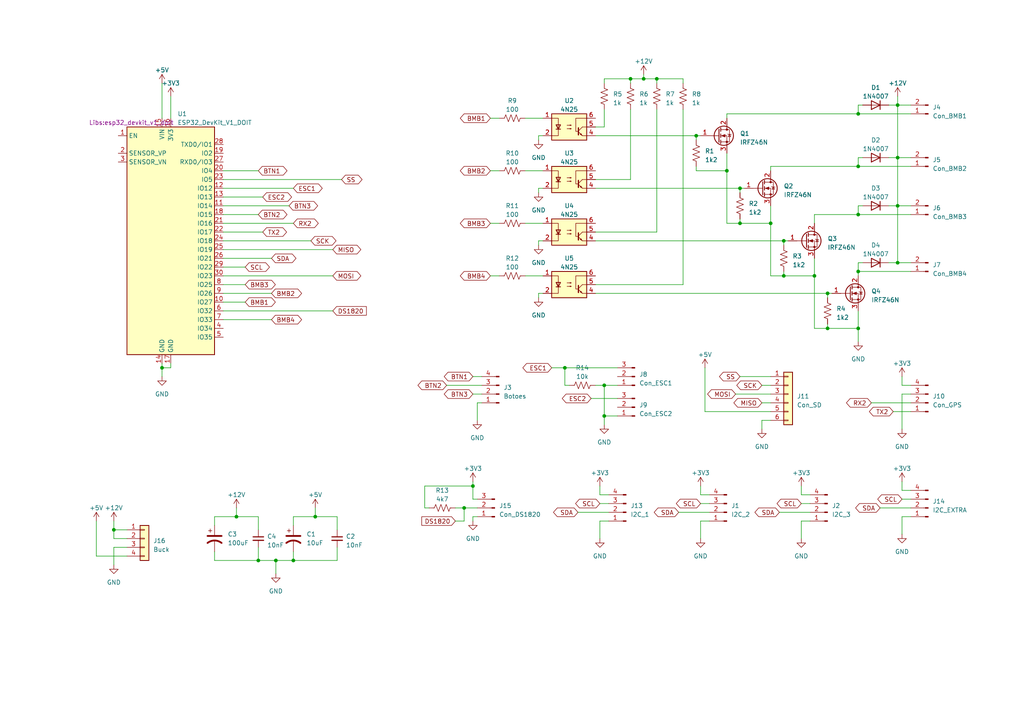
<source format=kicad_sch>
(kicad_sch (version 20230121) (generator eeschema)
  (paper "A4")
  (title_block (title "Veículo Autonomo de Superfície - Diagrama Placa Principal") (date "2023-05-13") (rev "1") (company "Jhonatas Willian Gonçalves de Moraes"))
  (lib_symbols
    (symbol "Connector:Conn_01x02_Pin" (pin_names (offset 1.016) hide)
      (property "Reference" "J" (at 0 2.54 0))
      (property "Value" "Conn_01x02_Pin" (at 0 -5.08 0))
      (symbol "Conn_01x02_Pin_1_1"
        (polyline (pts (xy 1.27 -2.54) (xy 0.8636 -2.54)) (stroke (width 0.1524)))
        (polyline (pts (xy 1.27 0) (xy 0.8636 0)) (stroke (width 0.1524)))
        (rectangle (start 0.8636 -2.413) (end 0 -2.667) (stroke (width 0.1524)) (fill (type outline)))
        (rectangle (start 0.8636 0.127) (end 0 -0.127) (stroke (width 0.1524)) (fill (type outline)))
        (pin passive line (at 5.08 0 180) (length 3.81) (name "Pin_1") (number "1"))
        (pin passive line (at 5.08 -2.54 180) (length 3.81) (name "Pin_2") (number "2"))
      )
    )
    (symbol "Connector:Conn_01x03_Pin" (pin_names (offset 1.016) hide)
      (property "Reference" "J" (at 0 5.08 0))
      (property "Value" "Conn_01x03_Pin" (at 0 -5.08 0))
      (symbol "Conn_01x03_Pin_1_1"
        (polyline (pts (xy 1.27 -2.54) (xy 0.8636 -2.54)) (stroke (width 0.1524)))
        (polyline (pts (xy 1.27 0) (xy 0.8636 0)) (stroke (width 0.1524)))
        (polyline (pts (xy 1.27 2.54) (xy 0.8636 2.54)) (stroke (width 0.1524)))
        (rectangle (start 0.8636 -2.413) (end 0 -2.667) (stroke (width 0.1524)) (fill (type outline)))
        (rectangle (start 0.8636 0.127) (end 0 -0.127) (stroke (width 0.1524)) (fill (type outline)))
        (rectangle (start 0.8636 2.667) (end 0 2.413) (stroke (width 0.1524)) (fill (type outline)))
        (pin passive line (at 5.08 2.54 180) (length 3.81) (name "Pin_1") (number "1"))
        (pin passive line (at 5.08 0 180) (length 3.81) (name "Pin_2") (number "2"))
        (pin passive line (at 5.08 -2.54 180) (length 3.81) (name "Pin_3") (number "3"))
      )
    )
    (symbol "Connector:Conn_01x04_Pin" (pin_names (offset 1.016) hide)
      (property "Reference" "J" (at 0 5.08 0))
      (property "Value" "Conn_01x04_Pin" (at 0 -7.62 0))
      (symbol "Conn_01x04_Pin_1_1"
        (polyline (pts (xy 1.27 -5.08) (xy 0.8636 -5.08)) (stroke (width 0.1524)))
        (polyline (pts (xy 1.27 -2.54) (xy 0.8636 -2.54)) (stroke (width 0.1524)))
        (polyline (pts (xy 1.27 0) (xy 0.8636 0)) (stroke (width 0.1524)))
        (polyline (pts (xy 1.27 2.54) (xy 0.8636 2.54)) (stroke (width 0.1524)))
        (rectangle (start 0.8636 -4.953) (end 0 -5.207) (stroke (width 0.1524)) (fill (type outline)))
        (rectangle (start 0.8636 -2.413) (end 0 -2.667) (stroke (width 0.1524)) (fill (type outline)))
        (rectangle (start 0.8636 0.127) (end 0 -0.127) (stroke (width 0.1524)) (fill (type outline)))
        (rectangle (start 0.8636 2.667) (end 0 2.413) (stroke (width 0.1524)) (fill (type outline)))
        (pin passive line (at 5.08 2.54 180) (length 3.81) (name "Pin_1") (number "1"))
        (pin passive line (at 5.08 0 180) (length 3.81) (name "Pin_2") (number "2"))
        (pin passive line (at 5.08 -2.54 180) (length 3.81) (name "Pin_3") (number "3"))
        (pin passive line (at 5.08 -5.08 180) (length 3.81) (name "Pin_4") (number "4"))
      )
    )
    (symbol "Connector_Generic:Conn_01x04" (pin_names (offset 1.016) hide)
      (property "Reference" "J" (at 0 5.08 0))
      (property "Value" "Conn_01x04" (at 0 -7.62 0))
      (symbol "Conn_01x04_1_1"
        (rectangle (start -1.27 -4.953) (end 0 -5.207) (stroke (width 0.1524)))
        (rectangle (start -1.27 -2.413) (end 0 -2.667) (stroke (width 0.1524)))
        (rectangle (start -1.27 0.127) (end 0 -0.127) (stroke (width 0.1524)))
        (rectangle (start -1.27 2.667) (end 0 2.413) (stroke (width 0.1524)))
        (rectangle (start -1.27 3.81) (end 1.27 -6.35) (stroke (width 0.254)) (fill (type background)))
        (pin passive line (at -5.08 2.54 0) (length 3.81) (name "Pin_1") (number "1"))
        (pin passive line (at -5.08 0 0) (length 3.81) (name "Pin_2") (number "2"))
        (pin passive line (at -5.08 -2.54 0) (length 3.81) (name "Pin_3") (number "3"))
        (pin passive line (at -5.08 -5.08 0) (length 3.81) (name "Pin_4") (number "4"))
      )
    )
    (symbol "Connector_Generic:Conn_01x06" (pin_names (offset 1.016) hide)
      (property "Reference" "J" (at 0 7.62 0))
      (property "Value" "Conn_01x06" (at 0 -10.16 0))
      (symbol "Conn_01x06_1_1"
        (rectangle (start -1.27 -7.493) (end 0 -7.747) (stroke (width 0.1524)))
        (rectangle (start -1.27 -4.953) (end 0 -5.207) (stroke (width 0.1524)))
        (rectangle (start -1.27 -2.413) (end 0 -2.667) (stroke (width 0.1524)))
        (rectangle (start -1.27 0.127) (end 0 -0.127) (stroke (width 0.1524)))
        (rectangle (start -1.27 2.667) (end 0 2.413) (stroke (width 0.1524)))
        (rectangle (start -1.27 5.207) (end 0 4.953) (stroke (width 0.1524)))
        (rectangle (start -1.27 6.35) (end 1.27 -8.89) (stroke (width 0.254)) (fill (type background)))
        (pin passive line (at -5.08 5.08 0) (length 3.81) (name "Pin_1") (number "1"))
        (pin passive line (at -5.08 2.54 0) (length 3.81) (name "Pin_2") (number "2"))
        (pin passive line (at -5.08 0 0) (length 3.81) (name "Pin_3") (number "3"))
        (pin passive line (at -5.08 -2.54 0) (length 3.81) (name "Pin_4") (number "4"))
        (pin passive line (at -5.08 -5.08 0) (length 3.81) (name "Pin_5") (number "5"))
        (pin passive line (at -5.08 -7.62 0) (length 3.81) (name "Pin_6") (number "6"))
      )
    )
    (symbol "Device:C_Polarized_US" (pin_numbers hide) (pin_names (offset 0.254) hide)
      (property "Reference" "C" (at 0.635 2.54 0))
      (property "Value" "C_Polarized_US" (at 0.635 -2.54 0))
      (symbol "C_Polarized_US_0_1"
        (polyline (pts (xy -2.032 0.762) (xy 2.032 0.762)) (stroke (width 0.508)))
        (polyline (pts (xy -1.778 2.286) (xy -0.762 2.286)))
        (polyline (pts (xy -1.27 1.778) (xy -1.27 2.794)))
        (arc (start 2.032 -1.27) (mid 0 -0.5572) (end -2.032 -1.27) (stroke (width 0.508)))
      )
      (symbol "C_Polarized_US_1_1"
        (pin passive line (at 0 3.81 270) (length 2.794) (name "~") (number "1"))
        (pin passive line (at 0 -3.81 90) (length 3.302) (name "~") (number "2"))
      )
    )
    (symbol "Device:C_Small" (pin_numbers hide) (pin_names (offset 0.254) hide)
      (property "Reference" "C" (at 0.254 1.778 0))
      (property "Value" "C_Small" (at 0.254 -2.032 0))
      (symbol "C_Small_0_1"
        (polyline (pts (xy -1.524 -0.508) (xy 1.524 -0.508)) (stroke (width 0.3302)))
        (polyline (pts (xy -1.524 0.508) (xy 1.524 0.508)) (stroke (width 0.3048)))
      )
      (symbol "C_Small_1_1"
        (pin passive line (at 0 2.54 270) (length 2.032) (name "~") (number "1"))
        (pin passive line (at 0 -2.54 90) (length 2.032) (name "~") (number "2"))
      )
    )
    (symbol "Device:R_US" (pin_numbers hide) (pin_names (offset 0))
      (property "Reference" "R" (at 2.54 0 90))
      (property "Value" "R_US" (at -2.54 0 90))
      (symbol "R_US_0_1"
        (polyline (pts (xy 0 -2.286) (xy 0 -2.54)))
        (polyline (pts (xy 0 2.286) (xy 0 2.54)))
        (polyline (pts (xy 0 -0.762) (xy 1.016 -1.143) (xy 0 -1.524) (xy -1.016 -1.905) (xy 0 -2.286)))
        (polyline (pts (xy 0 0.762) (xy 1.016 0.381) (xy 0 0) (xy -1.016 -0.381) (xy 0 -0.762)))
        (polyline (pts (xy 0 2.286) (xy 1.016 1.905) (xy 0 1.524) (xy -1.016 1.143) (xy 0 0.762)))
      )
      (symbol "R_US_1_1"
        (pin passive line (at 0 3.81 270) (length 1.27) (name "~") (number "1"))
        (pin passive line (at 0 -3.81 90) (length 1.27) (name "~") (number "2"))
      )
    )
    (symbol "Diode:1N4007" (pin_numbers hide) (pin_names hide)
      (property "Reference" "D" (at 0 2.54 0))
      (property "Value" "1N4007" (at 0 -2.54 0))
      (symbol "1N4007_0_1"
        (polyline (pts (xy -1.27 1.27) (xy -1.27 -1.27)) (stroke (width 0.254)))
        (polyline (pts (xy 1.27 0) (xy -1.27 0)))
        (polyline (pts (xy 1.27 1.27) (xy 1.27 -1.27) (xy -1.27 0) (xy 1.27 1.27)) (stroke (width 0.254)))
      )
      (symbol "1N4007_1_1"
        (pin passive line (at -3.81 0 0) (length 2.54) (name "K") (number "1"))
        (pin passive line (at 3.81 0 180) (length 2.54) (name "A") (number "2"))
      )
    )
    (symbol "Isolator:4N25" (pin_names (offset 1.016))
      (property "Reference" "U" (at -5.08 5.08 0))
      (property "Value" "4N25" (at 0 5.08 0))
      (symbol "4N25_0_1"
        (rectangle (start -5.08 3.81) (end 5.08 -3.81) (stroke (width 0.254)) (fill (type background)))
        (polyline (pts (xy -3.81 -0.635) (xy -2.54 -0.635)) (stroke (width 0.254)))
        (polyline (pts (xy 2.667 -1.397) (xy 3.81 -2.54)))
        (polyline (pts (xy 2.667 -1.143) (xy 3.81 0)))
        (polyline (pts (xy 3.81 -2.54) (xy 5.08 -2.54)))
        (polyline (pts (xy 3.81 0) (xy 5.08 0)))
        (polyline (pts (xy 2.667 -0.254) (xy 2.667 -2.286) (xy 2.667 -2.286)) (stroke (width 0.3556)))
        (polyline (pts (xy -5.08 -2.54) (xy -3.175 -2.54) (xy -3.175 2.54) (xy -5.08 2.54)))
        (polyline (pts (xy -3.175 -0.635) (xy -3.81 0.635) (xy -2.54 0.635) (xy -3.175 -0.635)) (stroke (width 0.254)))
        (polyline (pts (xy 3.683 -2.413) (xy 3.429 -1.905) (xy 3.175 -2.159) (xy 3.683 -2.413)))
        (polyline (pts (xy 5.08 2.54) (xy 1.905 2.54) (xy 1.905 -1.27) (xy 2.54 -1.27)))
        (polyline (pts (xy -0.635 -0.508) (xy 0.635 -0.508) (xy 0.254 -0.635) (xy 0.254 -0.381) (xy 0.635 -0.508)))
        (polyline (pts (xy -0.635 0.508) (xy 0.635 0.508) (xy 0.254 0.381) (xy 0.254 0.635) (xy 0.635 0.508)))
      )
      (symbol "4N25_1_1"
        (pin passive line (at -7.62 2.54 0) (length 2.54) (name "~") (number "1"))
        (pin passive line (at -7.62 -2.54 0) (length 2.54) (name "~") (number "2"))
        (pin no_connect line (at -5.08 0 0) (length 2.54) hide (name "NC") (number "3"))
        (pin passive line (at 7.62 -2.54 180) (length 2.54) (name "~") (number "4"))
        (pin passive line (at 7.62 0 180) (length 2.54) (name "~") (number "5"))
        (pin passive line (at 7.62 2.54 180) (length 2.54) (name "~") (number "6"))
      )
    )
    (symbol "Transistor_FET:IRF540N" (pin_names hide)
      (property "Reference" "Q" (at 6.35 1.905 0))
      (property "Value" "IRF540N" (at 6.35 0 0))
      (symbol "IRF540N_0_1"
        (polyline (pts (xy 0.254 0) (xy -2.54 0)))
        (polyline (pts (xy 0.254 1.905) (xy 0.254 -1.905)) (stroke (width 0.254)))
        (polyline (pts (xy 0.762 -1.27) (xy 0.762 -2.286)) (stroke (width 0.254)))
        (polyline (pts (xy 0.762 0.508) (xy 0.762 -0.508)) (stroke (width 0.254)))
        (polyline (pts (xy 0.762 2.286) (xy 0.762 1.27)) (stroke (width 0.254)))
        (polyline (pts (xy 2.54 2.54) (xy 2.54 1.778)))
        (polyline (pts (xy 2.54 -2.54) (xy 2.54 0) (xy 0.762 0)))
        (polyline (pts (xy 0.762 -1.778) (xy 3.302 -1.778) (xy 3.302 1.778) (xy 0.762 1.778)))
        (polyline (pts (xy 1.016 0) (xy 2.032 0.381) (xy 2.032 -0.381) (xy 1.016 0)) (fill (type outline)))
        (polyline (pts (xy 2.794 0.508) (xy 2.921 0.381) (xy 3.683 0.381) (xy 3.81 0.254)))
        (polyline (pts (xy 3.302 0.381) (xy 2.921 -0.254) (xy 3.683 -0.254) (xy 3.302 0.381)))
        (circle (center 1.651 0) (radius 2.794) (stroke (width 0.254)))
        (circle (center 2.54 -1.778) (radius 0.254) (fill (type outline)))
        (circle (center 2.54 1.778) (radius 0.254) (fill (type outline)))
      )
      (symbol "IRF540N_1_1"
        (pin input line (at -5.08 0 0) (length 2.54) (name "G") (number "1"))
        (pin passive line (at 2.54 5.08 270) (length 2.54) (name "D") (number "2"))
        (pin passive line (at 2.54 -5.08 90) (length 2.54) (name "S") (number "3"))
      )
    )
    (symbol "esp32_devkit_v1_doit:ESP32_DevKit_V1_DOIT"
      (property "Reference" "U" (at -11.43 34.29 0))
      (property "Value" "ESP32_DevKit_V1_DOIT" (at 11.43 34.29 0))
      (symbol "ESP32_DevKit_V1_DOIT_1_1"
        (rectangle (start -12.7 33.02) (end 12.7 -33.02) (stroke (width 0.254)) (fill (type background)))
        (pin input line (at -15.24 30.48 0) (length 2.54) (name "EN") (number "1"))
        (pin bidirectional line (at 15.24 -17.78 180) (length 2.54) (name "IO27") (number "10"))
        (pin bidirectional line (at 15.24 10.16 180) (length 2.54) (name "IO14") (number "11"))
        (pin bidirectional line (at 15.24 15.24 180) (length 2.54) (name "IO12") (number "12"))
        (pin bidirectional line (at 15.24 12.7 180) (length 2.54) (name "IO13") (number "13"))
        (pin power_in line (at -2.54 -35.56 90) (length 2.54) (name "GND") (number "14"))
        (pin power_in line (at -2.54 35.56 270) (length 2.54) (name "VIN") (number "15"))
        (pin power_in line (at 0 35.56 270) (length 2.54) (name "3V3") (number "16"))
        (pin power_in line (at 0 -35.56 90) (length 2.54) (name "GND") (number "17"))
        (pin bidirectional line (at 15.24 7.62 180) (length 2.54) (name "IO15") (number "18"))
        (pin bidirectional line (at 15.24 25.4 180) (length 2.54) (name "IO2") (number "19"))
        (pin input line (at -15.24 25.4 0) (length 2.54) (name "SENSOR_VP") (number "2"))
        (pin bidirectional line (at 15.24 20.32 180) (length 2.54) (name "IO4") (number "20"))
        (pin bidirectional line (at 15.24 5.08 180) (length 2.54) (name "IO16") (number "21"))
        (pin bidirectional line (at 15.24 2.54 180) (length 2.54) (name "IO17") (number "22"))
        (pin bidirectional line (at 15.24 17.78 180) (length 2.54) (name "IO5") (number "23"))
        (pin bidirectional line (at 15.24 0 180) (length 2.54) (name "IO18") (number "24"))
        (pin bidirectional line (at 15.24 -2.54 180) (length 2.54) (name "IO19") (number "25"))
        (pin bidirectional line (at 15.24 -5.08 180) (length 2.54) (name "IO21") (number "26"))
        (pin bidirectional line (at 15.24 22.86 180) (length 2.54) (name "RXD0/IO3") (number "27"))
        (pin bidirectional line (at 15.24 27.94 180) (length 2.54) (name "TXD0/IO1") (number "28"))
        (pin bidirectional line (at 15.24 -7.62 180) (length 2.54) (name "IO22") (number "29"))
        (pin input line (at -15.24 22.86 0) (length 2.54) (name "SENSOR_VN") (number "3"))
        (pin bidirectional line (at 15.24 -10.16 180) (length 2.54) (name "IO23") (number "30"))
        (pin input line (at 15.24 -25.4 180) (length 2.54) (name "IO34") (number "4"))
        (pin input line (at 15.24 -27.94 180) (length 2.54) (name "IO35") (number "5"))
        (pin bidirectional line (at 15.24 -20.32 180) (length 2.54) (name "IO32") (number "6"))
        (pin bidirectional line (at 15.24 -22.86 180) (length 2.54) (name "IO33") (number "7"))
        (pin bidirectional line (at 15.24 -12.7 180) (length 2.54) (name "IO25") (number "8"))
        (pin bidirectional line (at 15.24 -15.24 180) (length 2.54) (name "IO26") (number "9"))
      )
    )
    (symbol "power:+12V" (power) (pin_names (offset 0))
      (property "Value" "+12V" (at 0 3.556 0))
      (symbol "+12V_0_1"
        (polyline (pts (xy -0.762 1.27) (xy 0 2.54)))
        (polyline (pts (xy 0 0) (xy 0 2.54)))
        (polyline (pts (xy 0 2.54) (xy 0.762 1.27)))
      )
      (symbol "+12V_1_1"
        (pin power_in line (at 0 0 90) (length 0) hide (name "+12V") (number "1"))
      )
    )
    (symbol "power:+3V3" (power) (pin_names (offset 0))
      (property "Value" "+3V3" (at 0 3.556 0))
      (symbol "+3V3_0_1"
        (polyline (pts (xy -0.762 1.27) (xy 0 2.54)))
        (polyline (pts (xy 0 0) (xy 0 2.54)))
        (polyline (pts (xy 0 2.54) (xy 0.762 1.27)))
      )
      (symbol "+3V3_1_1"
        (pin power_in line (at 0 0 90) (length 0) hide (name "+3V3") (number "1"))
      )
    )
    (symbol "power:+5V" (power) (pin_names (offset 0))
      (property "Value" "+5V" (at 0 3.556 0))
      (symbol "+5V_0_1"
        (polyline (pts (xy -0.762 1.27) (xy 0 2.54)))
        (polyline (pts (xy 0 0) (xy 0 2.54)))
        (polyline (pts (xy 0 2.54) (xy 0.762 1.27)))
      )
      (symbol "+5V_1_1"
        (pin power_in line (at 0 0 90) (length 0) hide (name "+5V") (number "1"))
      )
    )
    (symbol "power:GND" (power) (pin_names (offset 0))
      (property "Value" "GND" (at 0 -3.81 0))
      (symbol "GND_0_1"
        (polyline (pts (xy 0 0) (xy 0 -1.27) (xy 1.27 -1.27) (xy 0 -2.54) (xy -1.27 -1.27) (xy 0 -1.27)))
      )
      (symbol "GND_1_1"
        (pin power_in line (at 0 0 270) (length 0) hide (name "GND") (number "1"))
      )
    )
  )
  (junction (at 91.44 149.86))
  (junction (at 163.83 106.68))
  (junction (at 240.03 95.25))
  (junction (at 260.35 76.2))
  (junction (at 248.92 33.02))
  (junction (at 175.26 120.65))
  (junction (at 260.35 59.69))
  (junction (at 214.63 64.77))
  (junction (at 74.93 162.56))
  (junction (at 33.02 153.67))
  (junction (at 248.92 62.23))
  (junction (at 137.16 140.97))
  (junction (at 68.58 149.86))
  (junction (at 248.92 48.26))
  (junction (at 85.09 162.56))
  (junction (at 210.82 49.53))
  (junction (at 134.62 147.32))
  (junction (at 227.33 80.01))
  (junction (at 175.26 111.76))
  (junction (at 240.03 85.09))
  (junction (at 260.35 45.72))
  (junction (at 223.52 64.77))
  (junction (at 248.92 95.25))
  (junction (at 214.63 54.61))
  (junction (at 260.35 30.48))
  (junction (at 227.33 69.85))
  (junction (at 186.69 22.86))
  (junction (at 190.5 22.86))
  (junction (at 248.92 78.74))
  (junction (at 201.93 39.37))
  (junction (at 46.99 106.68))
  (junction (at 182.88 22.86))
  (junction (at 80.01 162.56))
  (junction (at 236.22 80.01))
  (wire (pts (xy 152.4 80.01) (xy 157.48 80.01)))
  (wire (pts (xy 198.12 82.55) (xy 198.12 31.75)))
  (wire (pts (xy 175.26 120.65) (xy 179.07 120.65)))
  (wire (pts (xy 64.77 49.53) (xy 74.93 49.53)))
  (wire (pts (xy 240.03 95.25) (xy 248.92 95.25)))
  (wire (pts (xy 137.16 109.22) (xy 139.7 109.22)))
  (wire (pts (xy 260.35 30.48) (xy 264.16 30.48)))
  (wire (pts (xy 36.83 156.21) (xy 33.02 156.21)))
  (wire (pts (xy 220.98 116.84) (xy 223.52 116.84)))
  (wire (pts (xy 173.99 140.97) (xy 173.99 143.51)))
  (wire (pts (xy 223.52 48.26) (xy 248.92 48.26)))
  (wire (pts (xy 175.26 36.83) (xy 175.26 31.75)))
  (wire (pts (xy 142.24 49.53) (xy 144.78 49.53)))
  (wire (pts (xy 261.62 149.86) (xy 261.62 154.94)))
  (wire (pts (xy 46.99 105.41) (xy 46.99 106.68)))
  (wire (pts (xy 49.53 27.94) (xy 49.53 34.29)))
  (wire (pts (xy 142.24 80.01) (xy 144.78 80.01)))
  (wire (pts (xy 172.72 36.83) (xy 175.26 36.83)))
  (wire (pts (xy 190.5 22.86) (xy 190.5 24.13)))
  (wire (pts (xy 27.94 161.29) (xy 36.83 161.29)))
  (wire (pts (xy 68.58 149.86) (xy 62.23 149.86)))
  (wire (pts (xy 137.16 114.3) (xy 139.7 114.3)))
  (wire (pts (xy 214.63 109.22) (xy 223.52 109.22)))
  (wire (pts (xy 156.21 54.61) (xy 156.21 55.88)))
  (wire (pts (xy 64.77 54.61) (xy 85.09 54.61)))
  (wire (pts (xy 261.62 139.7) (xy 261.62 142.24)))
  (wire (pts (xy 165.1 111.76) (xy 163.83 111.76)))
  (wire (pts (xy 248.92 76.2) (xy 248.92 78.74)))
  (wire (pts (xy 201.93 39.37) (xy 201.93 40.64)))
  (wire (pts (xy 210.82 44.45) (xy 210.82 49.53)))
  (wire (pts (xy 173.99 151.13) (xy 176.53 151.13)))
  (wire (pts (xy 201.93 49.53) (xy 210.82 49.53)))
  (wire (pts (xy 33.02 158.75) (xy 36.83 158.75)))
  (wire (pts (xy 228.6 69.85) (xy 227.33 69.85)))
  (wire (pts (xy 172.72 82.55) (xy 198.12 82.55)))
  (wire (pts (xy 250.19 45.72) (xy 248.92 45.72)))
  (wire (pts (xy 62.23 160.02) (xy 62.23 162.56)))
  (wire (pts (xy 64.77 90.17) (xy 96.52 90.17)))
  (wire (pts (xy 204.47 106.68) (xy 204.47 119.38)))
  (wire (pts (xy 142.24 64.77) (xy 144.78 64.77)))
  (wire (pts (xy 259.08 119.38) (xy 264.16 119.38)))
  (wire (pts (xy 172.72 69.85) (xy 227.33 69.85)))
  (wire (pts (xy 85.09 160.02) (xy 85.09 162.56)))
  (wire (pts (xy 203.2 146.05) (xy 205.74 146.05)))
  (wire (pts (xy 97.79 149.86) (xy 91.44 149.86)))
  (wire (pts (xy 64.77 67.31) (xy 76.2 67.31)))
  (wire (pts (xy 257.81 59.69) (xy 260.35 59.69)))
  (wire (pts (xy 198.12 24.13) (xy 198.12 22.86)))
  (wire (pts (xy 257.81 30.48) (xy 260.35 30.48)))
  (wire (pts (xy 236.22 62.23) (xy 248.92 62.23)))
  (wire (pts (xy 186.69 22.86) (xy 190.5 22.86)))
  (wire (pts (xy 173.99 143.51) (xy 176.53 143.51)))
  (wire (pts (xy 220.98 111.76) (xy 223.52 111.76)))
  (wire (pts (xy 248.92 95.25) (xy 248.92 99.06)))
  (wire (pts (xy 210.82 33.02) (xy 248.92 33.02)))
  (wire (pts (xy 248.92 62.23) (xy 264.16 62.23)))
  (wire (pts (xy 240.03 93.98) (xy 240.03 95.25)))
  (wire (pts (xy 236.22 95.25) (xy 240.03 95.25)))
  (wire (pts (xy 85.09 152.4) (xy 85.09 149.86)))
  (wire (pts (xy 173.99 151.13) (xy 173.99 156.21)))
  (wire (pts (xy 36.83 153.67) (xy 33.02 153.67)))
  (wire (pts (xy 257.81 76.2) (xy 260.35 76.2)))
  (wire (pts (xy 46.99 106.68) (xy 46.99 109.22)))
  (wire (pts (xy 68.58 147.32) (xy 68.58 149.86)))
  (wire (pts (xy 91.44 149.86) (xy 91.44 147.32)))
  (wire (pts (xy 132.08 147.32) (xy 134.62 147.32)))
  (wire (pts (xy 248.92 90.17) (xy 248.92 95.25)))
  (wire (pts (xy 156.21 39.37) (xy 156.21 40.64)))
  (wire (pts (xy 261.62 124.46) (xy 261.62 114.3)))
  (wire (pts (xy 175.26 120.65) (xy 175.26 123.19)))
  (wire (pts (xy 64.77 57.15) (xy 76.2 57.15)))
  (wire (pts (xy 250.19 76.2) (xy 248.92 76.2)))
  (wire (pts (xy 203.2 39.37) (xy 201.93 39.37)))
  (wire (pts (xy 261.62 144.78) (xy 264.16 144.78)))
  (wire (pts (xy 248.92 30.48) (xy 248.92 33.02)))
  (wire (pts (xy 156.21 85.09) (xy 156.21 86.36)))
  (wire (pts (xy 134.62 151.13) (xy 134.62 147.32)))
  (wire (pts (xy 260.35 30.48) (xy 260.35 45.72)))
  (wire (pts (xy 74.93 149.86) (xy 68.58 149.86)))
  (wire (pts (xy 264.16 76.2) (xy 260.35 76.2)))
  (wire (pts (xy 223.52 64.77) (xy 223.52 80.01)))
  (wire (pts (xy 64.77 59.69) (xy 83.82 59.69)))
  (wire (pts (xy 172.72 39.37) (xy 201.93 39.37)))
  (wire (pts (xy 203.2 140.97) (xy 203.2 143.51)))
  (wire (pts (xy 64.77 82.55) (xy 71.12 82.55)))
  (wire (pts (xy 261.62 149.86) (xy 264.16 149.86)))
  (wire (pts (xy 64.77 92.71) (xy 78.74 92.71)))
  (wire (pts (xy 171.45 115.57) (xy 179.07 115.57)))
  (wire (pts (xy 64.77 80.01) (xy 96.52 80.01)))
  (wire (pts (xy 214.63 63.5) (xy 214.63 64.77)))
  (wire (pts (xy 74.93 162.56) (xy 80.01 162.56)))
  (wire (pts (xy 226.06 148.59) (xy 234.95 148.59)))
  (wire (pts (xy 33.02 153.67) (xy 33.02 151.13)))
  (wire (pts (xy 137.16 144.78) (xy 137.16 140.97)))
  (wire (pts (xy 210.82 33.02) (xy 210.82 34.29)))
  (wire (pts (xy 203.2 143.51) (xy 205.74 143.51)))
  (wire (pts (xy 157.48 69.85) (xy 156.21 69.85)))
  (wire (pts (xy 123.19 140.97) (xy 137.16 140.97)))
  (wire (pts (xy 173.99 146.05) (xy 176.53 146.05)))
  (wire (pts (xy 260.35 27.94) (xy 260.35 30.48)))
  (wire (pts (xy 64.77 74.93) (xy 78.74 74.93)))
  (wire (pts (xy 157.48 49.53) (xy 152.4 49.53)))
  (wire (pts (xy 260.35 59.69) (xy 260.35 76.2)))
  (wire (pts (xy 64.77 52.07) (xy 99.06 52.07)))
  (wire (pts (xy 182.88 22.86) (xy 182.88 24.13)))
  (wire (pts (xy 196.85 148.59) (xy 205.74 148.59)))
  (wire (pts (xy 80.01 162.56) (xy 80.01 166.37)))
  (wire (pts (xy 160.02 106.68) (xy 163.83 106.68)))
  (wire (pts (xy 137.16 149.86) (xy 137.16 151.13)))
  (wire (pts (xy 74.93 162.56) (xy 74.93 158.75)))
  (wire (pts (xy 175.26 22.86) (xy 175.26 24.13)))
  (wire (pts (xy 213.36 114.3) (xy 223.52 114.3)))
  (wire (pts (xy 236.22 80.01) (xy 236.22 95.25)))
  (wire (pts (xy 214.63 64.77) (xy 223.52 64.77)))
  (wire (pts (xy 203.2 151.13) (xy 203.2 156.21)))
  (wire (pts (xy 232.41 143.51) (xy 234.95 143.51)))
  (wire (pts (xy 152.4 64.77) (xy 157.48 64.77)))
  (wire (pts (xy 64.77 69.85) (xy 90.17 69.85)))
  (wire (pts (xy 179.07 111.76) (xy 175.26 111.76)))
  (wire (pts (xy 248.92 78.74) (xy 248.92 80.01)))
  (wire (pts (xy 210.82 64.77) (xy 214.63 64.77)))
  (wire (pts (xy 241.3 85.09) (xy 240.03 85.09)))
  (wire (pts (xy 62.23 162.56) (xy 74.93 162.56)))
  (wire (pts (xy 64.77 62.23) (xy 74.93 62.23)))
  (wire (pts (xy 240.03 85.09) (xy 240.03 86.36)))
  (wire (pts (xy 85.09 149.86) (xy 91.44 149.86)))
  (wire (pts (xy 236.22 64.77) (xy 236.22 62.23)))
  (wire (pts (xy 33.02 156.21) (xy 33.02 153.67)))
  (wire (pts (xy 163.83 106.68) (xy 163.83 111.76)))
  (wire (pts (xy 64.77 87.63) (xy 71.12 87.63)))
  (wire (pts (xy 198.12 22.86) (xy 190.5 22.86)))
  (wire (pts (xy 204.47 119.38) (xy 223.52 119.38)))
  (wire (pts (xy 137.16 140.97) (xy 137.16 139.7)))
  (wire (pts (xy 261.62 111.76) (xy 261.62 109.22)))
  (wire (pts (xy 74.93 153.67) (xy 74.93 149.86)))
  (wire (pts (xy 182.88 31.75) (xy 182.88 52.07)))
  (wire (pts (xy 157.48 85.09) (xy 156.21 85.09)))
  (wire (pts (xy 232.41 151.13) (xy 234.95 151.13)))
  (wire (pts (xy 167.64 148.59) (xy 176.53 148.59)))
  (wire (pts (xy 223.52 80.01) (xy 227.33 80.01)))
  (wire (pts (xy 215.9 54.61) (xy 214.63 54.61)))
  (wire (pts (xy 132.08 151.13) (xy 134.62 151.13)))
  (wire (pts (xy 157.48 39.37) (xy 156.21 39.37)))
  (wire (pts (xy 250.19 30.48) (xy 248.92 30.48)))
  (wire (pts (xy 250.19 59.69) (xy 248.92 59.69)))
  (wire (pts (xy 64.77 85.09) (xy 78.74 85.09)))
  (wire (pts (xy 64.77 72.39) (xy 96.52 72.39)))
  (wire (pts (xy 64.77 64.77) (xy 85.09 64.77)))
  (wire (pts (xy 264.16 78.74) (xy 248.92 78.74)))
  (wire (pts (xy 124.46 147.32) (xy 123.19 147.32)))
  (wire (pts (xy 85.09 162.56) (xy 97.79 162.56)))
  (wire (pts (xy 248.92 33.02) (xy 264.16 33.02)))
  (wire (pts (xy 223.52 48.26) (xy 223.52 49.53)))
  (wire (pts (xy 190.5 31.75) (xy 190.5 67.31)))
  (wire (pts (xy 175.26 111.76) (xy 175.26 120.65)))
  (wire (pts (xy 227.33 80.01) (xy 227.33 78.74)))
  (wire (pts (xy 190.5 67.31) (xy 172.72 67.31)))
  (wire (pts (xy 252.73 116.84) (xy 264.16 116.84)))
  (wire (pts (xy 33.02 163.83) (xy 33.02 158.75)))
  (wire (pts (xy 138.43 149.86) (xy 137.16 149.86)))
  (wire (pts (xy 152.4 34.29) (xy 157.48 34.29)))
  (wire (pts (xy 264.16 111.76) (xy 261.62 111.76)))
  (wire (pts (xy 138.43 116.84) (xy 138.43 121.92)))
  (wire (pts (xy 80.01 162.56) (xy 85.09 162.56)))
  (wire (pts (xy 182.88 22.86) (xy 186.69 22.86)))
  (wire (pts (xy 64.77 77.47) (xy 71.12 77.47)))
  (wire (pts (xy 232.41 140.97) (xy 232.41 143.51)))
  (wire (pts (xy 260.35 45.72) (xy 260.35 59.69)))
  (wire (pts (xy 172.72 85.09) (xy 240.03 85.09)))
  (wire (pts (xy 220.98 121.92) (xy 220.98 124.46)))
  (wire (pts (xy 46.99 106.68) (xy 49.53 106.68)))
  (wire (pts (xy 123.19 147.32) (xy 123.19 140.97)))
  (wire (pts (xy 210.82 49.53) (xy 210.82 64.77)))
  (wire (pts (xy 232.41 146.05) (xy 234.95 146.05)))
  (wire (pts (xy 223.52 59.69) (xy 223.52 64.77)))
  (wire (pts (xy 142.24 34.29) (xy 144.78 34.29)))
  (wire (pts (xy 264.16 59.69) (xy 260.35 59.69)))
  (wire (pts (xy 201.93 48.26) (xy 201.93 49.53)))
  (wire (pts (xy 227.33 69.85) (xy 227.33 71.12)))
  (wire (pts (xy 97.79 153.67) (xy 97.79 149.86)))
  (wire (pts (xy 248.92 45.72) (xy 248.92 48.26)))
  (wire (pts (xy 264.16 45.72) (xy 260.35 45.72)))
  (wire (pts (xy 175.26 22.86) (xy 182.88 22.86)))
  (wire (pts (xy 156.21 69.85) (xy 156.21 71.12)))
  (wire (pts (xy 97.79 162.56) (xy 97.79 158.75)))
  (wire (pts (xy 172.72 111.76) (xy 175.26 111.76)))
  (wire (pts (xy 138.43 144.78) (xy 137.16 144.78)))
  (wire (pts (xy 172.72 54.61) (xy 214.63 54.61)))
  (wire (pts (xy 255.27 147.32) (xy 264.16 147.32)))
  (wire (pts (xy 49.53 105.41) (xy 49.53 106.68)))
  (wire (pts (xy 46.99 24.13) (xy 46.99 34.29)))
  (wire (pts (xy 227.33 80.01) (xy 236.22 80.01)))
  (wire (pts (xy 223.52 121.92) (xy 220.98 121.92)))
  (wire (pts (xy 157.48 54.61) (xy 156.21 54.61)))
  (wire (pts (xy 214.63 55.88) (xy 214.63 54.61)))
  (wire (pts (xy 248.92 59.69) (xy 248.92 62.23)))
  (wire (pts (xy 172.72 52.07) (xy 182.88 52.07)))
  (wire (pts (xy 203.2 151.13) (xy 205.74 151.13)))
  (wire (pts (xy 163.83 106.68) (xy 179.07 106.68)))
  (wire (pts (xy 27.94 151.13) (xy 27.94 161.29)))
  (wire (pts (xy 134.62 147.32) (xy 138.43 147.32)))
  (wire (pts (xy 261.62 114.3) (xy 264.16 114.3)))
  (wire (pts (xy 232.41 151.13) (xy 232.41 156.21)))
  (wire (pts (xy 129.54 111.76) (xy 139.7 111.76)))
  (wire (pts (xy 257.81 45.72) (xy 260.35 45.72)))
  (wire (pts (xy 186.69 21.59) (xy 186.69 22.86)))
  (wire (pts (xy 264.16 48.26) (xy 248.92 48.26)))
  (wire (pts (xy 62.23 149.86) (xy 62.23 152.4)))
  (wire (pts (xy 236.22 74.93) (xy 236.22 80.01)))
  (wire (pts (xy 261.62 142.24) (xy 264.16 142.24)))
  (wire (pts (xy 138.43 116.84) (xy 139.7 116.84)))
  (global_label "SDA" (shape bidirectional) (at 226.06 148.59 180) (property "Intersheetrefs" "${INTERSHEET_REFS}" (effects hide)))
  (global_label "SS" (shape bidirectional) (at 99.06 52.07 0) (property "Intersheetrefs" "${INTERSHEET_REFS}" (effects hide)))
  (global_label "MOSI" (shape bidirectional) (at 213.36 114.3 180) (property "Intersheetrefs" "${INTERSHEET_REFS}" (effects hide)))
  (global_label "MISO" (shape bidirectional) (at 220.98 116.84 180) (property "Intersheetrefs" "${INTERSHEET_REFS}" (effects hide)))
  (global_label "BMB4" (shape bidirectional) (at 142.24 80.01 180) (property "Intersheetrefs" "${INTERSHEET_REFS}" (effects hide)))
  (global_label "SCL" (shape bidirectional) (at 203.2 146.05 180) (property "Intersheetrefs" "${INTERSHEET_REFS}" (effects hide)))
  (global_label "SCL" (shape bidirectional) (at 261.62 144.78 180) (property "Intersheetrefs" "${INTERSHEET_REFS}" (effects hide)))
  (global_label "DS1820" (shape input) (at 132.08 151.13 180) (property "Intersheetrefs" "${INTERSHEET_REFS}" (effects hide)))
  (global_label "ESC1" (shape bidirectional) (at 85.09 54.61 0) (property "Intersheetrefs" "${INTERSHEET_REFS}" (effects hide)))
  (global_label "ESC1" (shape bidirectional) (at 160.02 106.68 180) (property "Intersheetrefs" "${INTERSHEET_REFS}" (effects hide)))
  (global_label "TX2" (shape bidirectional) (at 76.2 67.31 0) (property "Intersheetrefs" "${INTERSHEET_REFS}" (effects hide)))
  (global_label "BTN1" (shape bidirectional) (at 137.16 109.22 180) (property "Intersheetrefs" "${INTERSHEET_REFS}" (effects hide)))
  (global_label "BTN2" (shape bidirectional) (at 129.54 111.76 180) (property "Intersheetrefs" "${INTERSHEET_REFS}" (effects hide)))
  (global_label "BMB2" (shape bidirectional) (at 142.24 49.53 180) (property "Intersheetrefs" "${INTERSHEET_REFS}" (effects hide)))
  (global_label "BTN3" (shape bidirectional) (at 137.16 114.3 180) (property "Intersheetrefs" "${INTERSHEET_REFS}" (effects hide)))
  (global_label "BMB4" (shape bidirectional) (at 78.74 92.71 0) (property "Intersheetrefs" "${INTERSHEET_REFS}" (effects hide)))
  (global_label "MOSI" (shape bidirectional) (at 96.52 80.01 0) (property "Intersheetrefs" "${INTERSHEET_REFS}" (effects hide)))
  (global_label "SDA" (shape bidirectional) (at 167.64 148.59 180) (property "Intersheetrefs" "${INTERSHEET_REFS}" (effects hide)))
  (global_label "BMB1" (shape bidirectional) (at 142.24 34.29 180) (property "Intersheetrefs" "${INTERSHEET_REFS}" (effects hide)))
  (global_label "RX2" (shape bidirectional) (at 252.73 116.84 180) (property "Intersheetrefs" "${INTERSHEET_REFS}" (effects hide)))
  (global_label "MISO" (shape bidirectional) (at 96.52 72.39 0) (property "Intersheetrefs" "${INTERSHEET_REFS}" (effects hide)))
  (global_label "BMB1" (shape bidirectional) (at 71.12 87.63 0) (property "Intersheetrefs" "${INTERSHEET_REFS}" (effects hide)))
  (global_label "ESC2" (shape bidirectional) (at 76.2 57.15 0) (property "Intersheetrefs" "${INTERSHEET_REFS}" (effects hide)))
  (global_label "TX2" (shape bidirectional) (at 259.08 119.38 180) (property "Intersheetrefs" "${INTERSHEET_REFS}" (effects hide)))
  (global_label "SDA" (shape bidirectional) (at 255.27 147.32 180) (property "Intersheetrefs" "${INTERSHEET_REFS}" (effects hide)))
  (global_label "SCK" (shape bidirectional) (at 90.17 69.85 0) (property "Intersheetrefs" "${INTERSHEET_REFS}" (effects hide)))
  (global_label "SS" (shape bidirectional) (at 214.63 109.22 180) (property "Intersheetrefs" "${INTERSHEET_REFS}" (effects hide)))
  (global_label "SCL" (shape bidirectional) (at 232.41 146.05 180) (property "Intersheetrefs" "${INTERSHEET_REFS}" (effects hide)))
  (global_label "ESC2" (shape bidirectional) (at 171.45 115.57 180) (property "Intersheetrefs" "${INTERSHEET_REFS}" (effects hide)))
  (global_label "SCK" (shape bidirectional) (at 220.98 111.76 180) (property "Intersheetrefs" "${INTERSHEET_REFS}" (effects hide)))
  (global_label "SDA" (shape bidirectional) (at 196.85 148.59 180) (property "Intersheetrefs" "${INTERSHEET_REFS}" (effects hide)))
  (global_label "BTN3" (shape bidirectional) (at 83.82 59.69 0) (property "Intersheetrefs" "${INTERSHEET_REFS}" (effects hide)))
  (global_label "BTN1" (shape bidirectional) (at 74.93 49.53 0) (property "Intersheetrefs" "${INTERSHEET_REFS}" (effects hide)))
  (global_label "SCL" (shape bidirectional) (at 71.12 77.47 0) (property "Intersheetrefs" "${INTERSHEET_REFS}" (effects hide)))
  (global_label "SCL" (shape bidirectional) (at 173.99 146.05 180) (property "Intersheetrefs" "${INTERSHEET_REFS}" (effects hide)))
  (global_label "BTN2" (shape bidirectional) (at 74.93 62.23 0) (property "Intersheetrefs" "${INTERSHEET_REFS}" (effects hide)))
  (global_label "BMB2" (shape bidirectional) (at 78.74 85.09 0) (property "Intersheetrefs" "${INTERSHEET_REFS}" (effects hide)))
  (global_label "BMB3" (shape bidirectional) (at 71.12 82.55 0) (property "Intersheetrefs" "${INTERSHEET_REFS}" (effects hide)))
  (global_label "RX2" (shape bidirectional) (at 85.09 64.77 0) (property "Intersheetrefs" "${INTERSHEET_REFS}" (effects hide)))
  (global_label "SDA" (shape bidirectional) (at 78.74 74.93 0) (property "Intersheetrefs" "${INTERSHEET_REFS}" (effects hide)))
  (global_label "DS1820" (shape input) (at 96.52 90.17 0) (property "Intersheetrefs" "${INTERSHEET_REFS}" (effects hide)))
  (global_label "BMB3" (shape bidirectional) (at 142.24 64.77 180) (property "Intersheetrefs" "${INTERSHEET_REFS}" (effects hide)))
  (symbol (lib_id "power:+5V") (at 27.94 151.13 0) (unit 1)
    (property "Reference" "#PWR030" (effects hide))
    (property "Value" "+5V" (at 27.94 147.32 0))
  )
  (symbol (lib_id "Connector:Conn_01x02_Pin") (at 269.24 48.26 180) (unit 1)
    (property "Reference" "J5" (at 270.51 46.355 0) (effects (justify right)))
    (property "Value" "Con_BMB2" (at 270.51 48.895 0) (effects (justify right)))
    (property "Footprint" "Connector_JST:JST_XH_B2B-XH-A_1x02_P2.50mm_Vertical" (effects hide))
  )
  (symbol (lib_id "Device:C_Small") (at 97.79 156.21 0) (unit 1)
    (property "Reference" "C2" (at 100.33 155.5813 0) (effects (justify left)))
    (property "Value" "10nF" (at 100.33 158.1213 0) (effects (justify left)))
    (property "Footprint" "Custom:C_Disc_D7.0mm_W2.5mm_P5.00mm" (effects hide))
  )
  (symbol (lib_id "power:GND") (at 232.41 156.21 0) (unit 1)
    (property "Reference" "#PWR04" (effects hide))
    (property "Value" "GND" (at 232.41 161.29 0))
  )
  (symbol (lib_id "power:+3V3") (at 261.62 139.7 0) (unit 1)
    (property "Reference" "#PWR025" (effects hide))
    (property "Value" "+3V3" (at 261.62 135.89 0))
  )
  (symbol (lib_id "power:GND") (at 138.43 121.92 0) (unit 1)
    (property "Reference" "#PWR05" (effects hide))
    (property "Value" "GND" (at 138.43 127 0))
  )
  (symbol (lib_id "power:+3V3") (at 173.99 140.97 0) (unit 1)
    (property "Reference" "#PWR023" (effects hide))
    (property "Value" "+3V3" (at 173.99 137.16 0))
  )
  (symbol (lib_id "power:GND") (at 261.62 154.94 0) (unit 1)
    (property "Reference" "#PWR026" (effects hide))
    (property "Value" "GND" (at 261.62 160.02 0))
  )
  (symbol (lib_id "Device:R_US") (at 148.59 64.77 90) (unit 1)
    (property "Reference" "R11" (at 148.59 59.69 90))
    (property "Value" "100" (at 148.59 62.23 90))
    (property "Footprint" "Resistor_THT:R_Axial_DIN0207_L6.3mm_D2.5mm_P10.16mm_Horizontal" (effects hide))
  )
  (symbol (lib_id "Device:R_US") (at 148.59 34.29 90) (unit 1)
    (property "Reference" "R9" (at 148.59 29.21 90))
    (property "Value" "100" (at 148.59 31.75 90))
    (property "Footprint" "Resistor_THT:R_Axial_DIN0207_L6.3mm_D2.5mm_P10.16mm_Horizontal" (effects hide))
  )
  (symbol (lib_id "Device:R_US") (at 201.93 44.45 0) (unit 1)
    (property "Reference" "R1" (at 204.47 43.815 0) (effects (justify left)))
    (property "Value" "1k2" (at 204.47 46.355 0) (effects (justify left)))
    (property "Footprint" "Resistor_THT:R_Axial_DIN0207_L6.3mm_D2.5mm_P10.16mm_Horizontal" (effects hide))
  )
  (symbol (lib_id "Transistor_FET:IRF540N") (at 220.98 54.61 0) (unit 1)
    (property "Reference" "Q2" (at 227.33 53.975 0) (effects (justify left)))
    (property "Value" "IRFZ46N" (at 227.33 56.515 0) (effects (justify left)))
    (property "Footprint" "Package_TO_SOT_THT:TO-220-3_Vertical" (effects hide))
    (property "Datasheet" "http://www.irf.com/product-info/datasheets/data/irf540n.pdf" (effects hide))
  )
  (symbol (lib_id "Connector:Conn_01x04_Pin") (at 144.78 114.3 180) (unit 1)
    (property "Reference" "J3" (at 146.05 112.395 0) (effects (justify right)))
    (property "Value" "Botoes" (at 146.05 114.935 0) (effects (justify right)))
    (property "Footprint" "Connector_JST:JST_XH_B4B-XH-A_1x04_P2.50mm_Vertical" (effects hide))
  )
  (symbol (lib_id "Device:C_Small") (at 74.93 156.21 0) (unit 1)
    (property "Reference" "C4" (at 77.47 155.5813 0) (effects (justify left)))
    (property "Value" "10nF" (at 77.47 158.1213 0) (effects (justify left)))
    (property "Footprint" "Custom:C_Disc_D7.0mm_W2.5mm_P5.00mm" (effects hide))
  )
  (symbol (lib_id "esp32_devkit_v1_doit:ESP32_DevKit_V1_DOIT") (at 49.53 69.85 0) (unit 1)
    (property "Reference" "U1" (at 51.4859 33.02 0) (effects (justify left)))
    (property "Value" "ESP32_DevKit_V1_DOIT" (at 51.4859 35.56 0) (effects (justify left)))
    (property "Footprint" "Libs:esp32_devkit_v1_doit" (at 38.1 35.56 0))
    (property "Datasheet" "https://aliexpress.com/item/32864722159.html" (effects hide))
  )
  (symbol (lib_id "power:+3V3") (at 49.53 27.94 0) (unit 1)
    (property "Reference" "#PWR07" (effects hide))
    (property "Value" "+3V3" (at 49.53 24.13 0))
  )
  (symbol (lib_id "power:GND") (at 175.26 123.19 0) (unit 1)
    (property "Reference" "#PWR013" (effects hide))
    (property "Value" "GND" (at 175.26 128.27 0))
  )
  (symbol (lib_id "Diode:1N4007") (at 254 45.72 180) (unit 1)
    (property "Reference" "D2" (at 254 40.64 0))
    (property "Value" "1N4007" (at 254 43.18 0))
    (property "Footprint" "Diode_THT:D_DO-41_SOD81_P10.16mm_Horizontal" (effects hide))
    (property "Datasheet" "http://www.vishay.com/docs/88503/1n4001.pdf" (effects hide))
    (property "Sim.Device" "D" (effects hide))
    (property "Sim.Pins" "1=K 2=A" (effects hide))
  )
  (symbol (lib_id "Connector:Conn_01x04_Pin") (at 181.61 148.59 180) (unit 1)
    (property "Reference" "J13" (at 182.88 146.685 0) (effects (justify right)))
    (property "Value" "I2C_1" (at 182.88 149.225 0) (effects (justify right)))
    (property "Footprint" "Connector_JST:JST_XH_B4B-XH-A_1x04_P2.50mm_Vertical" (effects hide))
  )
  (symbol (lib_id "Device:R_US") (at 148.59 49.53 90) (unit 1)
    (property "Reference" "R10" (at 148.59 44.45 90))
    (property "Value" "100" (at 148.59 46.99 90))
    (property "Footprint" "Resistor_THT:R_Axial_DIN0207_L6.3mm_D2.5mm_P10.16mm_Horizontal" (effects hide))
  )
  (symbol (lib_id "Connector:Conn_01x03_Pin") (at 184.15 118.11 180) (unit 1)
    (property "Reference" "J9" (at 185.42 117.475 0) (effects (justify right)))
    (property "Value" "Con_ESC2" (at 185.42 120.015 0) (effects (justify right)))
    (property "Footprint" "Connector_PinHeader_2.54mm:PinHeader_1x03_P2.54mm_Vertical" (effects hide))
  )
  (symbol (lib_id "power:+5V") (at 91.44 147.32 0) (unit 1)
    (property "Reference" "#PWR017" (effects hide))
    (property "Value" "+5V" (at 91.44 143.51 0))
  )
  (symbol (lib_id "Device:R_US") (at 214.63 59.69 0) (unit 1)
    (property "Reference" "R2" (at 217.17 59.055 0) (effects (justify left)))
    (property "Value" "1k2" (at 217.17 61.595 0) (effects (justify left)))
    (property "Footprint" "Resistor_THT:R_Axial_DIN0207_L6.3mm_D2.5mm_P10.16mm_Horizontal" (effects hide))
  )
  (symbol (lib_id "Connector:Conn_01x03_Pin") (at 184.15 109.22 180) (unit 1)
    (property "Reference" "J8" (at 185.42 108.585 0) (effects (justify right)))
    (property "Value" "Con_ESC1" (at 185.42 111.125 0) (effects (justify right)))
    (property "Footprint" "Connector_PinHeader_2.54mm:PinHeader_1x03_P2.54mm_Vertical" (effects hide))
  )
  (symbol (lib_id "Device:R_US") (at 227.33 74.93 0) (unit 1)
    (property "Reference" "R3" (at 229.87 74.295 0) (effects (justify left)))
    (property "Value" "1k2" (at 229.87 76.835 0) (effects (justify left)))
    (property "Footprint" "Resistor_THT:R_Axial_DIN0207_L6.3mm_D2.5mm_P10.16mm_Horizontal" (effects hide))
  )
  (symbol (lib_id "power:GND") (at 261.62 124.46 0) (unit 1)
    (property "Reference" "#PWR022" (effects hide))
    (property "Value" "GND" (at 261.62 129.54 0))
  )
  (symbol (lib_id "Connector_Generic:Conn_01x06") (at 228.6 114.3 0) (unit 1)
    (property "Reference" "J11" (at 231.14 114.935 0) (effects (justify left)))
    (property "Value" "Con_SD" (at 231.14 117.475 0) (effects (justify left)))
    (property "Footprint" "Connector_PinHeader_2.54mm:PinHeader_1x06_P2.54mm_Vertical" (effects hide))
  )
  (symbol (lib_id "Device:R_US") (at 128.27 147.32 90) (unit 1)
    (property "Reference" "R13" (at 128.27 142.24 90))
    (property "Value" "4k7" (at 128.27 144.78 90))
    (property "Footprint" "Resistor_THT:R_Axial_DIN0207_L6.3mm_D2.5mm_P10.16mm_Horizontal" (effects hide))
  )
  (symbol (lib_id "Connector_Generic:Conn_01x04") (at 41.91 156.21 0) (unit 1)
    (property "Reference" "J16" (at 44.45 156.845 0) (effects (justify left)))
    (property "Value" "Buck" (at 44.45 159.385 0) (effects (justify left)))
    (property "Footprint" "Connector_PinHeader_2.54mm:PinHeader_1x04_P2.54mm_Horizontal" (effects hide))
  )
  (symbol (lib_id "power:+12V") (at 260.35 27.94 0) (unit 1)
    (property "Reference" "#PWR09" (effects hide))
    (property "Value" "+12V" (at 260.35 24.13 0))
  )
  (symbol (lib_id "power:GND") (at 248.92 99.06 0) (unit 1)
    (property "Reference" "#PWR010" (effects hide))
    (property "Value" "GND" (at 248.92 104.14 0))
  )
  (symbol (lib_id "Isolator:4N25") (at 165.1 52.07 0) (unit 1)
    (property "Reference" "U3" (at 165.1 44.45 0))
    (property "Value" "4N25" (at 165.1 46.99 0))
    (property "Footprint" "Package_DIP:DIP-6_W7.62mm" (effects hide))
    (property "Datasheet" "https://www.vishay.com/docs/83725/4n25.pdf" (effects hide))
  )
  (symbol (lib_id "Connector:Conn_01x02_Pin") (at 269.24 62.23 180) (unit 1)
    (property "Reference" "J6" (at 270.51 60.325 0) (effects (justify right)))
    (property "Value" "Con_BMB3" (at 270.51 62.865 0) (effects (justify right)))
    (property "Footprint" "Connector_JST:JST_XH_B2B-XH-A_1x02_P2.50mm_Vertical" (effects hide))
  )
  (symbol (lib_id "Connector:Conn_01x04_Pin") (at 269.24 116.84 180) (unit 1)
    (property "Reference" "J10" (at 270.51 114.935 0) (effects (justify right)))
    (property "Value" "Con_GPS" (at 270.51 117.475 0) (effects (justify right)))
    (property "Footprint" "Connector_JST:JST_XH_B4B-XH-A_1x04_P2.50mm_Vertical" (effects hide))
  )
  (symbol (lib_id "power:GND") (at 173.99 156.21 0) (unit 1)
    (property "Reference" "#PWR024" (effects hide))
    (property "Value" "GND" (at 173.99 161.29 0))
  )
  (symbol (lib_id "power:+5V") (at 204.47 106.68 0) (unit 1)
    (property "Reference" "#PWR019" (effects hide))
    (property "Value" "+5V" (at 204.47 102.87 0))
  )
  (symbol (lib_id "Device:R_US") (at 148.59 80.01 90) (unit 1)
    (property "Reference" "R12" (at 148.59 74.93 90))
    (property "Value" "100" (at 148.59 77.47 90))
    (property "Footprint" "Resistor_THT:R_Axial_DIN0207_L6.3mm_D2.5mm_P10.16mm_Horizontal" (effects hide))
  )
  (symbol (lib_id "power:GND") (at 80.01 166.37 0) (unit 1)
    (property "Reference" "#PWR018" (effects hide))
    (property "Value" "GND" (at 80.01 171.45 0))
  )
  (symbol (lib_id "Diode:1N4007") (at 254 30.48 180) (unit 1)
    (property "Reference" "D1" (at 254 25.4 0))
    (property "Value" "1N4007" (at 254 27.94 0))
    (property "Footprint" "Diode_THT:D_DO-41_SOD81_P10.16mm_Horizontal" (effects hide))
    (property "Datasheet" "http://www.vishay.com/docs/88503/1n4001.pdf" (effects hide))
    (property "Sim.Device" "D" (effects hide))
    (property "Sim.Pins" "1=K 2=A" (effects hide))
  )
  (symbol (lib_id "power:+3V3") (at 232.41 140.97 0) (unit 1)
    (property "Reference" "#PWR01" (effects hide))
    (property "Value" "+3V3" (at 232.41 137.16 0))
  )
  (symbol (lib_id "Device:C_Polarized_US") (at 85.09 156.21 0) (unit 1)
    (property "Reference" "C1" (at 88.9 154.94 0) (effects (justify left)))
    (property "Value" "10uF" (at 88.9 157.48 0) (effects (justify left)))
    (property "Footprint" "Custom:CP_Radial_D8.0mm_P3.50mm" (effects hide))
  )
  (symbol (lib_id "Isolator:4N25") (at 165.1 82.55 0) (unit 1)
    (property "Reference" "U5" (at 165.1 74.93 0))
    (property "Value" "4N25" (at 165.1 77.47 0))
    (property "Footprint" "Package_DIP:DIP-6_W7.62mm" (effects hide))
    (property "Datasheet" "https://www.vishay.com/docs/83725/4n25.pdf" (effects hide))
  )
  (symbol (lib_id "Device:R_US") (at 190.5 27.94 0) (unit 1)
    (property "Reference" "R7" (at 193.04 27.305 0) (effects (justify left)))
    (property "Value" "1k" (at 193.04 29.845 0) (effects (justify left)))
    (property "Footprint" "Resistor_THT:R_Axial_DIN0207_L6.3mm_D2.5mm_P10.16mm_Horizontal" (effects hide))
  )
  (symbol (lib_id "Connector:Conn_01x02_Pin") (at 269.24 33.02 180) (unit 1)
    (property "Reference" "J4" (at 270.51 31.115 0) (effects (justify right)))
    (property "Value" "Con_BMB1" (at 270.51 33.655 0) (effects (justify right)))
    (property "Footprint" "Connector_JST:JST_XH_B2B-XH-A_1x02_P2.50mm_Vertical" (effects hide))
  )
  (symbol (lib_id "Isolator:4N25") (at 165.1 67.31 0) (unit 1)
    (property "Reference" "U4" (at 165.1 59.69 0))
    (property "Value" "4N25" (at 165.1 62.23 0))
    (property "Footprint" "Package_DIP:DIP-6_W7.62mm" (effects hide))
    (property "Datasheet" "https://www.vishay.com/docs/83725/4n25.pdf" (effects hide))
  )
  (symbol (lib_id "Connector:Conn_01x04_Pin") (at 240.03 148.59 180) (unit 1)
    (property "Reference" "J2" (at 241.3 146.685 0) (effects (justify right)))
    (property "Value" "I2C_3" (at 241.3 149.225 0) (effects (justify right)))
    (property "Footprint" "Connector_JST:JST_XH_B4B-XH-A_1x04_P2.50mm_Vertical" (effects hide))
  )
  (symbol (lib_id "Diode:1N4007") (at 254 59.69 180) (unit 1)
    (property "Reference" "D3" (at 254 54.61 0))
    (property "Value" "1N4007" (at 254 57.15 0))
    (property "Footprint" "Diode_THT:D_DO-41_SOD81_P10.16mm_Horizontal" (effects hide))
    (property "Datasheet" "http://www.vishay.com/docs/88503/1n4001.pdf" (effects hide))
    (property "Sim.Device" "D" (effects hide))
    (property "Sim.Pins" "1=K 2=A" (effects hide))
  )
  (symbol (lib_id "power:+3V3") (at 137.16 139.7 0) (unit 1)
    (property "Reference" "#PWR027" (effects hide))
    (property "Value" "+3V3" (at 137.16 135.89 0))
  )
  (symbol (lib_id "Device:R_US") (at 198.12 27.94 0) (unit 1)
    (property "Reference" "R8" (at 200.66 27.305 0) (effects (justify left)))
    (property "Value" "1k" (at 200.66 29.845 0) (effects (justify left)))
    (property "Footprint" "Resistor_THT:R_Axial_DIN0207_L6.3mm_D2.5mm_P10.16mm_Horizontal" (effects hide))
  )
  (symbol (lib_id "power:GND") (at 156.21 40.64 0) (unit 1)
    (property "Reference" "#PWR014" (effects hide))
    (property "Value" "GND" (at 156.21 45.72 0))
  )
  (symbol (lib_id "power:GND") (at 137.16 151.13 0) (unit 1)
    (property "Reference" "#PWR028" (effects hide))
    (property "Value" "GND" (at 137.16 156.21 0))
  )
  (symbol (lib_id "Transistor_FET:IRF540N") (at 208.28 39.37 0) (unit 1)
    (property "Reference" "Q1" (at 214.63 38.735 0) (effects (justify left)))
    (property "Value" "IRFZ46N" (at 214.63 41.275 0) (effects (justify left)))
    (property "Footprint" "Package_TO_SOT_THT:TO-220-3_Vertical" (effects hide))
    (property "Datasheet" "http://www.irf.com/product-info/datasheets/data/irf540n.pdf" (effects hide))
  )
  (symbol (lib_id "Device:R_US") (at 240.03 90.17 0) (unit 1)
    (property "Reference" "R4" (at 242.57 89.535 0) (effects (justify left)))
    (property "Value" "1k2" (at 242.57 92.075 0) (effects (justify left)))
    (property "Footprint" "Resistor_THT:R_Axial_DIN0207_L6.3mm_D2.5mm_P10.16mm_Horizontal" (effects hide))
  )
  (symbol (lib_id "Device:R_US") (at 168.91 111.76 90) (unit 1)
    (property "Reference" "R14" (at 168.91 106.68 90))
    (property "Value" "10k" (at 168.91 109.22 90))
    (property "Footprint" "Resistor_THT:R_Axial_DIN0207_L6.3mm_D2.5mm_P10.16mm_Horizontal" (effects hide))
  )
  (symbol (lib_id "Connector:Conn_01x04_Pin") (at 210.82 148.59 180) (unit 1)
    (property "Reference" "J1" (at 212.09 146.685 0) (effects (justify right)))
    (property "Value" "I2C_2" (at 212.09 149.225 0) (effects (justify right)))
    (property "Footprint" "Connector_JST:JST_XH_B4B-XH-A_1x04_P2.50mm_Vertical" (effects hide))
  )
  (symbol (lib_id "Device:R_US") (at 182.88 27.94 0) (unit 1)
    (property "Reference" "R6" (at 185.42 27.305 0) (effects (justify left)))
    (property "Value" "1k" (at 185.42 29.845 0) (effects (justify left)))
    (property "Footprint" "Resistor_THT:R_Axial_DIN0207_L6.3mm_D2.5mm_P10.16mm_Horizontal" (effects hide))
  )
  (symbol (lib_id "power:GND") (at 220.98 124.46 0) (unit 1)
    (property "Reference" "#PWR020" (effects hide))
    (property "Value" "GND" (at 220.98 129.54 0))
  )
  (symbol (lib_id "power:GND") (at 156.21 55.88 0) (unit 1)
    (property "Reference" "#PWR015" (effects hide))
    (property "Value" "GND" (at 156.21 60.96 0))
  )
  (symbol (lib_id "Transistor_FET:IRF540N") (at 233.68 69.85 0) (unit 1)
    (property "Reference" "Q3" (at 240.03 69.215 0) (effects (justify left)))
    (property "Value" "IRFZ46N" (at 240.03 71.755 0) (effects (justify left)))
    (property "Footprint" "Package_TO_SOT_THT:TO-220-3_Vertical" (effects hide))
    (property "Datasheet" "http://www.irf.com/product-info/datasheets/data/irf540n.pdf" (effects hide))
  )
  (symbol (lib_id "Isolator:4N25") (at 165.1 36.83 0) (unit 1)
    (property "Reference" "U2" (at 165.1 29.21 0))
    (property "Value" "4N25" (at 165.1 31.75 0))
    (property "Footprint" "Package_DIP:DIP-6_W7.62mm" (effects hide))
    (property "Datasheet" "https://www.vishay.com/docs/83725/4n25.pdf" (effects hide))
  )
  (symbol (lib_id "power:GND") (at 46.99 109.22 0) (unit 1)
    (property "Reference" "#PWR06" (effects hide))
    (property "Value" "GND" (at 46.99 114.3 0))
  )
  (symbol (lib_id "Connector:Conn_01x02_Pin") (at 269.24 78.74 180) (unit 1)
    (property "Reference" "J7" (at 270.51 76.835 0) (effects (justify right)))
    (property "Value" "Con_BMB4" (at 270.51 79.375 0) (effects (justify right)))
    (property "Footprint" "Connector_JST:JST_XH_B2B-XH-A_1x02_P2.50mm_Vertical" (effects hide))
  )
  (symbol (lib_id "power:GND") (at 203.2 156.21 0) (unit 1)
    (property "Reference" "#PWR03" (effects hide))
    (property "Value" "GND" (at 203.2 161.29 0))
  )
  (symbol (lib_id "power:+12V") (at 68.58 147.32 0) (unit 1)
    (property "Reference" "#PWR032" (effects hide))
    (property "Value" "+12V" (at 68.58 143.51 0))
  )
  (symbol (lib_id "power:+12V") (at 33.02 151.13 0) (unit 1)
    (property "Reference" "#PWR029" (effects hide))
    (property "Value" "+12V" (at 33.02 147.32 0))
  )
  (symbol (lib_id "power:GND") (at 156.21 71.12 0) (unit 1)
    (property "Reference" "#PWR016" (effects hide))
    (property "Value" "GND" (at 156.21 76.2 0))
  )
  (symbol (lib_id "power:+3V3") (at 261.62 109.22 0) (unit 1)
    (property "Reference" "#PWR021" (effects hide))
    (property "Value" "+3V3" (at 261.62 105.41 0))
  )
  (symbol (lib_id "power:+3V3") (at 203.2 140.97 0) (unit 1)
    (property "Reference" "#PWR02" (effects hide))
    (property "Value" "+3V3" (at 203.2 137.16 0))
  )
  (symbol (lib_id "power:+5V") (at 46.99 24.13 0) (unit 1)
    (property "Reference" "#PWR08" (effects hide))
    (property "Value" "+5V" (at 46.99 20.32 0))
  )
  (symbol (lib_id "Connector:Conn_01x03_Pin") (at 143.51 147.32 180) (unit 1)
    (property "Reference" "J15" (at 144.78 146.685 0) (effects (justify right)))
    (property "Value" "Con_DS1820" (at 144.78 149.225 0) (effects (justify right)))
    (property "Footprint" "Connector_JST:JST_XH_B3B-XH-A_1x03_P2.50mm_Vertical" (effects hide))
  )
  (symbol (lib_id "Diode:1N4007") (at 254 76.2 180) (unit 1)
    (property "Reference" "D4" (at 254 71.12 0))
    (property "Value" "1N4007" (at 254 73.66 0))
    (property "Footprint" "Diode_THT:D_DO-41_SOD81_P10.16mm_Horizontal" (effects hide))
    (property "Datasheet" "http://www.vishay.com/docs/88503/1n4001.pdf" (effects hide))
    (property "Sim.Device" "D" (effects hide))
    (property "Sim.Pins" "1=K 2=A" (effects hide))
  )
  (symbol (lib_id "Device:C_Polarized_US") (at 62.23 156.21 0) (unit 1)
    (property "Reference" "C3" (at 66.04 154.94 0) (effects (justify left)))
    (property "Value" "100uF" (at 66.04 157.48 0) (effects (justify left)))
    (property "Footprint" "Custom:CP_Radial_D8.0mm_P3.50mm" (effects hide))
  )
  (symbol (lib_id "Connector:Conn_01x04_Pin") (at 269.24 147.32 180) (unit 1)
    (property "Reference" "J14" (at 270.51 145.415 0) (effects (justify right)))
    (property "Value" "I2C_EXTRA" (at 270.51 147.955 0) (effects (justify right)))
    (property "Footprint" "Connector_JST:JST_XH_B4B-XH-A_1x04_P2.50mm_Vertical" (effects hide))
  )
  (symbol (lib_id "power:GND") (at 33.02 163.83 0) (unit 1)
    (property "Reference" "#PWR031" (effects hide))
    (property "Value" "GND" (at 33.02 168.91 0))
  )
  (symbol (lib_id "Transistor_FET:IRF540N") (at 246.38 85.09 0) (unit 1)
    (property "Reference" "Q4" (at 252.73 84.455 0) (effects (justify left)))
    (property "Value" "IRFZ46N" (at 252.73 86.995 0) (effects (justify left)))
    (property "Footprint" "Package_TO_SOT_THT:TO-220-3_Vertical" (effects hide))
    (property "Datasheet" "http://www.irf.com/product-info/datasheets/data/irf540n.pdf" (effects hide))
  )
  (symbol (lib_id "power:GND") (at 156.21 86.36 0) (unit 1)
    (property "Reference" "#PWR012" (effects hide))
    (property "Value" "GND" (at 156.21 91.44 0))
  )
  (symbol (lib_id "power:+12V") (at 186.69 21.59 0) (unit 1)
    (property "Reference" "#PWR011" (effects hide))
    (property "Value" "+12V" (at 186.69 17.78 0))
  )
  (symbol (lib_id "Device:R_US") (at 175.26 27.94 0) (unit 1)
    (property "Reference" "R5" (at 177.8 27.305 0) (effects (justify left)))
    (property "Value" "1k" (at 177.8 29.845 0) (effects (justify left)))
    (property "Footprint" "Resistor_THT:R_Axial_DIN0207_L6.3mm_D2.5mm_P10.16mm_Horizontal" (effects hide))
  )
)
</source>
